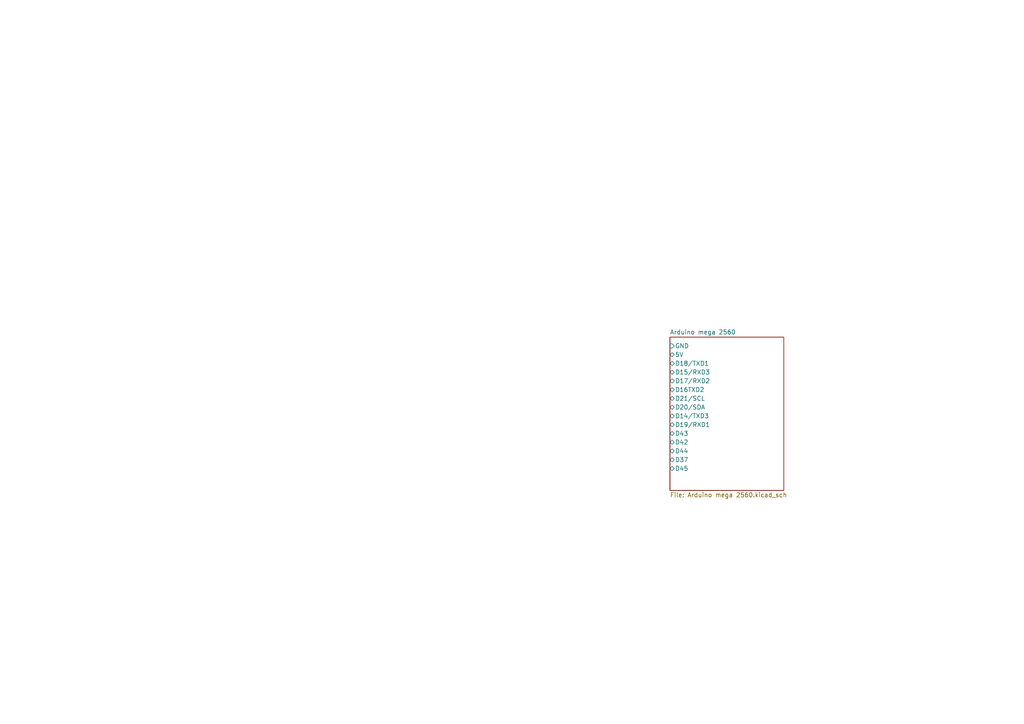
<source format=kicad_sch>
(kicad_sch (version 20211123) (generator eeschema)
  (paper "A4")
  (title_block (date "2022-01-22"))
  (lib_symbols)
  (sheet (at 194.31 97.79) (size 33.02 44.45) (stroke (width 0.1524))
    (property "Sheet name" "Arduino mega 2560" (at 194.31 97.0784 0) (effects (justify left bottom)))
    (property "Sheet file" "Arduino mega 2560.kicad_sch" (at 194.31 142.8246 0) (effects (justify left top)))
    (pin "GND" input (at 194.31 100.33 180))
    (pin "5V" bidirectional (at 194.31 102.87 180))
    (pin "D18{slash}TXD1" bidirectional (at 194.31 105.41 180))
    (pin "D15{slash}RXD3" bidirectional (at 194.31 107.95 180))
    (pin "D17{slash}RXD2" bidirectional (at 194.31 110.49 180))
    (pin "D16TXD2" bidirectional (at 194.31 113.03 180))
    (pin "D21{slash}SCL" bidirectional (at 194.31 115.57 180))
    (pin "D20{slash}SDA" bidirectional (at 194.31 118.11 180))
    (pin "D14{slash}TXD3" bidirectional (at 194.31 120.65 180))
    (pin "D19{slash}RXD1" bidirectional (at 194.31 123.19 180))
    (pin "D43" bidirectional (at 194.31 125.73 180))
    (pin "D42" bidirectional (at 194.31 128.27 180))
    (pin "D44" bidirectional (at 194.31 130.81 180))
    (pin "D37" bidirectional (at 194.31 133.35 180))
    (pin "D45" bidirectional (at 194.31 135.89 180))
  )
)
</source>
